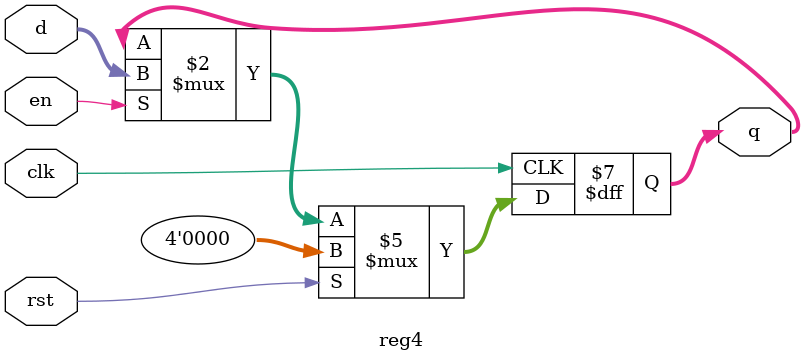
<source format=v>
`timescale 1ns / 1ps

module reg4(
    input clk,
    input rst,
	 input en,
    input [3:0] d,
    output reg [3:0] q
    );

always @(posedge clk) begin
	if(rst)
		q <= 0;
	else if(en)
		q <= d;
end

endmodule

</source>
